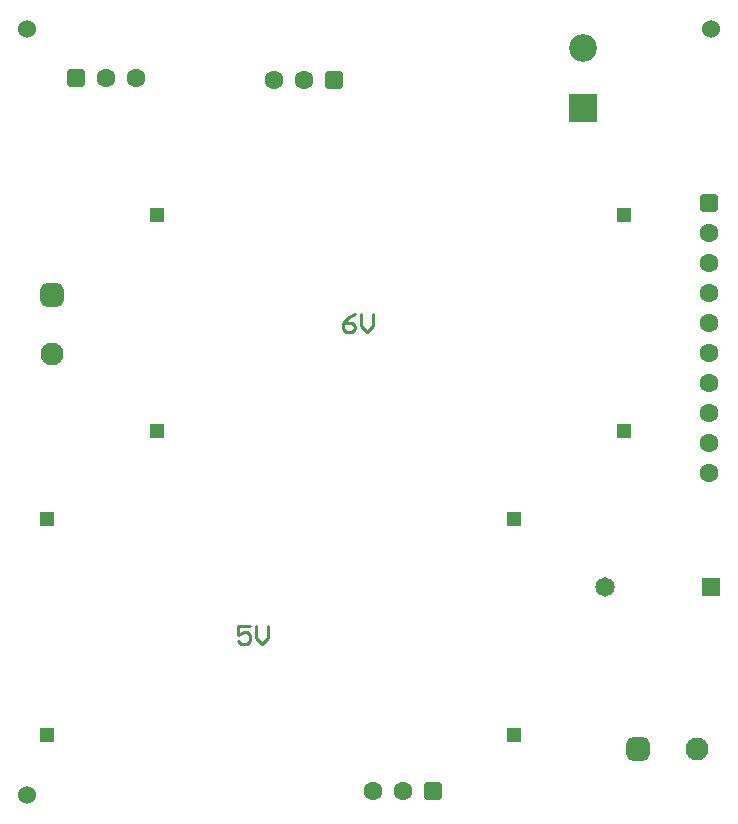
<source format=gbr>
%TF.GenerationSoftware,Altium Limited,Altium Designer,24.10.1 (45)*%
G04 Layer_Physical_Order=1*
G04 Layer_Color=255*
%FSLAX45Y45*%
%MOMM*%
%TF.SameCoordinates,71300DE5-865C-4B8C-8C77-BDD09283FDBC*%
%TF.FilePolarity,Positive*%
%TF.FileFunction,Copper,L1,Top,Signal*%
%TF.Part,Single*%
G01*
G75*
%TA.AperFunction,Conductor*%
%ADD10C,1.27000*%
%TA.AperFunction,NonConductor*%
%ADD11C,0.25400*%
%TA.AperFunction,WasherPad*%
%ADD12C,1.52400*%
%TA.AperFunction,ComponentPad*%
%ADD13C,1.60000*%
G04:AMPARAMS|DCode=14|XSize=1.6mm|YSize=1.6mm|CornerRadius=0.4mm|HoleSize=0mm|Usage=FLASHONLY|Rotation=270.000|XOffset=0mm|YOffset=0mm|HoleType=Round|Shape=RoundedRectangle|*
%AMROUNDEDRECTD14*
21,1,1.60000,0.80000,0,0,270.0*
21,1,0.80000,1.60000,0,0,270.0*
1,1,0.80000,-0.40000,-0.40000*
1,1,0.80000,-0.40000,0.40000*
1,1,0.80000,0.40000,0.40000*
1,1,0.80000,0.40000,-0.40000*
%
%ADD14ROUNDEDRECTD14*%
%ADD15R,1.24000X1.24000*%
%ADD16C,1.95000*%
G04:AMPARAMS|DCode=17|XSize=1.95mm|YSize=1.95mm|CornerRadius=0.4875mm|HoleSize=0mm|Usage=FLASHONLY|Rotation=0.000|XOffset=0mm|YOffset=0mm|HoleType=Round|Shape=RoundedRectangle|*
%AMROUNDEDRECTD17*
21,1,1.95000,0.97500,0,0,0.0*
21,1,0.97500,1.95000,0,0,0.0*
1,1,0.97500,0.48750,-0.48750*
1,1,0.97500,-0.48750,-0.48750*
1,1,0.97500,-0.48750,0.48750*
1,1,0.97500,0.48750,0.48750*
%
%ADD17ROUNDEDRECTD17*%
G04:AMPARAMS|DCode=18|XSize=1.95mm|YSize=1.95mm|CornerRadius=0.4875mm|HoleSize=0mm|Usage=FLASHONLY|Rotation=270.000|XOffset=0mm|YOffset=0mm|HoleType=Round|Shape=RoundedRectangle|*
%AMROUNDEDRECTD18*
21,1,1.95000,0.97500,0,0,270.0*
21,1,0.97500,1.95000,0,0,270.0*
1,1,0.97500,-0.48750,-0.48750*
1,1,0.97500,-0.48750,0.48750*
1,1,0.97500,0.48750,0.48750*
1,1,0.97500,0.48750,-0.48750*
%
%ADD18ROUNDEDRECTD18*%
G04:AMPARAMS|DCode=19|XSize=1.6mm|YSize=1.6mm|CornerRadius=0.4mm|HoleSize=0mm|Usage=FLASHONLY|Rotation=180.000|XOffset=0mm|YOffset=0mm|HoleType=Round|Shape=RoundedRectangle|*
%AMROUNDEDRECTD19*
21,1,1.60000,0.80000,0,0,180.0*
21,1,0.80000,1.60000,0,0,180.0*
1,1,0.80000,-0.40000,0.40000*
1,1,0.80000,0.40000,0.40000*
1,1,0.80000,0.40000,-0.40000*
1,1,0.80000,-0.40000,-0.40000*
%
%ADD19ROUNDEDRECTD19*%
%ADD20R,2.35000X2.35000*%
%ADD21C,2.35000*%
%ADD22R,1.65000X1.65000*%
%ADD23C,1.65000*%
D10*
X3517900Y321908D02*
Y330200D01*
X2679700Y6350000D02*
Y6358292D01*
X2670770Y6350000D02*
X2679700D01*
X1003300Y6362700D02*
X1012230D01*
X5984699Y685800D02*
X6003099D01*
D11*
X3111467Y4368751D02*
X3060683Y4343359D01*
X3009900Y4292575D01*
Y4241792D01*
X3035292Y4216400D01*
X3086075D01*
X3111467Y4241792D01*
Y4267183D01*
X3086075Y4292575D01*
X3009900D01*
X3162251Y4368751D02*
Y4267183D01*
X3213034Y4216400D01*
X3263818Y4267183D01*
Y4368751D01*
X2222467Y1727151D02*
X2120900D01*
Y1650975D01*
X2171683Y1676367D01*
X2197075D01*
X2222467Y1650975D01*
Y1600192D01*
X2197075Y1574800D01*
X2146292D01*
X2120900Y1600192D01*
X2273251Y1727151D02*
Y1625583D01*
X2324034Y1574800D01*
X2374818Y1625583D01*
Y1727151D01*
D12*
X330200Y292100D02*
D03*
Y6781800D02*
D03*
X6121400D02*
D03*
D13*
X6108700Y3530600D02*
D03*
Y3784600D02*
D03*
Y4292600D02*
D03*
Y4800600D02*
D03*
Y5054600D02*
D03*
Y4546600D02*
D03*
Y4038600D02*
D03*
Y3276600D02*
D03*
Y3022600D02*
D03*
X3517900Y330200D02*
D03*
X3263900D02*
D03*
X2425700Y6350000D02*
D03*
X2679700D02*
D03*
X1257300Y6362700D02*
D03*
X1003300D02*
D03*
D14*
X6108700Y5308600D02*
D03*
D15*
X4457700Y800100D02*
D03*
X505460Y2633980D02*
D03*
Y800100D02*
D03*
X1432560Y5207000D02*
D03*
Y3373120D02*
D03*
X4457700Y2633980D02*
D03*
X5384800Y3373120D02*
D03*
Y5207000D02*
D03*
D16*
X6003099Y685800D02*
D03*
X546100Y4029901D02*
D03*
D17*
X5503100Y685800D02*
D03*
D18*
X546100Y4529899D02*
D03*
D19*
X3771900Y330200D02*
D03*
X2933700Y6350000D02*
D03*
X749300Y6362700D02*
D03*
D20*
X5041900Y6108700D02*
D03*
D21*
Y6616700D02*
D03*
D22*
X6126900Y2057400D02*
D03*
D23*
X5226900D02*
D03*
%TF.MD5,3cdf4a9828cf0880a28e629b8c83bdbd*%
M02*

</source>
